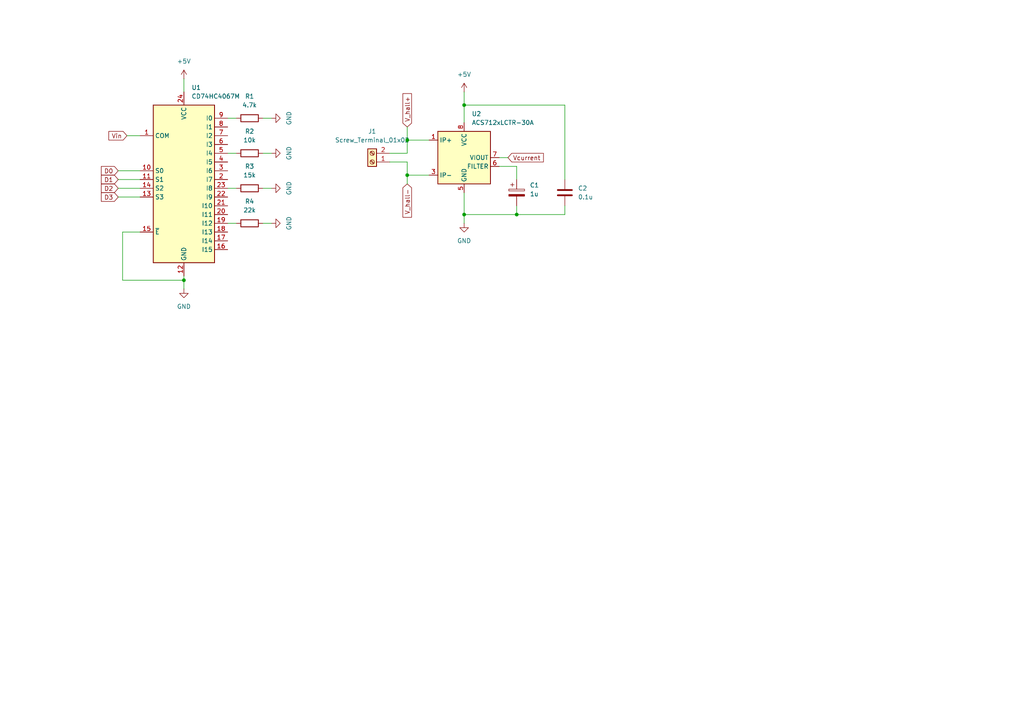
<source format=kicad_sch>
(kicad_sch (version 20231120) (generator "eeschema") (generator_version "8.0")
  (paper "A4")
  (lib_symbols
    (symbol "74xx:CD74HC4067M"
      (property "Reference" "U" (at -8.89 22.86 0))
      (property "Value" "CD74HC4067M" (at 1.27 22.86 0))
      (symbol "CD74HC4067M_0_1"
        (rectangle (start -8.89 21.59) (end 8.89 -24.13) (stroke (width 0.254)) (fill (type background)))
      )
      (symbol "CD74HC4067M_1_1"
        (pin passive line (at -12.7 12.7 0) (length 3.81) (name "COM") (number "1"))
        (pin input line (at -12.7 2.54 0) (length 3.81) (name "S0") (number "10"))
        (pin input line (at -12.7 0 0) (length 3.81) (name "S1") (number "11"))
        (pin power_in line (at 0 -27.94 90) (length 3.81) (name "GND") (number "12"))
        (pin input line (at -12.7 -5.08 0) (length 3.81) (name "S3") (number "13"))
        (pin input line (at -12.7 -2.54 0) (length 3.81) (name "S2") (number "14"))
        (pin input line (at -12.7 -15.24 0) (length 3.81) (name "~{E}") (number "15"))
        (pin passive line (at 12.7 -20.32 180) (length 3.81) (name "I15") (number "16"))
        (pin passive line (at 12.7 -17.78 180) (length 3.81) (name "I14") (number "17"))
        (pin passive line (at 12.7 -15.24 180) (length 3.81) (name "I13") (number "18"))
        (pin passive line (at 12.7 -12.7 180) (length 3.81) (name "I12") (number "19"))
        (pin passive line (at 12.7 0 180) (length 3.81) (name "I7") (number "2"))
        (pin passive line (at 12.7 -10.16 180) (length 3.81) (name "I11") (number "20"))
        (pin passive line (at 12.7 -7.62 180) (length 3.81) (name "I10") (number "21"))
        (pin passive line (at 12.7 -5.08 180) (length 3.81) (name "I9") (number "22"))
        (pin passive line (at 12.7 -2.54 180) (length 3.81) (name "I8") (number "23"))
        (pin power_in line (at 0 25.4 270) (length 3.81) (name "VCC") (number "24"))
        (pin passive line (at 12.7 2.54 180) (length 3.81) (name "I6") (number "3"))
        (pin passive line (at 12.7 5.08 180) (length 3.81) (name "I5") (number "4"))
        (pin passive line (at 12.7 7.62 180) (length 3.81) (name "I4") (number "5"))
        (pin passive line (at 12.7 10.16 180) (length 3.81) (name "I3") (number "6"))
        (pin passive line (at 12.7 12.7 180) (length 3.81) (name "I2") (number "7"))
        (pin passive line (at 12.7 15.24 180) (length 3.81) (name "I1") (number "8"))
        (pin passive line (at 12.7 17.78 180) (length 3.81) (name "I0") (number "9"))
      )
    )
    (symbol "Connector:Screw_Terminal_01x02" (pin_names (offset 1.016) hide)
      (property "Reference" "J" (at 0 2.54 0))
      (property "Value" "Screw_Terminal_01x02" (at 0 -5.08 0))
      (symbol "Screw_Terminal_01x02_1_1"
        (rectangle (start -1.27 1.27) (end 1.27 -3.81) (stroke (width 0.254)) (fill (type background)))
        (circle (center 0 -2.54) (radius 0.635) (stroke (width 0.1524)))
        (polyline (pts (xy -0.5334 -2.2098) (xy 0.3302 -3.048)) (stroke (width 0.1524)))
        (polyline (pts (xy -0.5334 0.3302) (xy 0.3302 -0.508)) (stroke (width 0.1524)))
        (polyline (pts (xy -0.3556 -2.032) (xy 0.508 -2.8702)) (stroke (width 0.1524)))
        (polyline (pts (xy -0.3556 0.508) (xy 0.508 -0.3302)) (stroke (width 0.1524)))
        (circle (center 0 0) (radius 0.635) (stroke (width 0.1524)))
        (pin passive line (at -5.08 0 0) (length 3.81) (name "Pin_1") (number "1"))
        (pin passive line (at -5.08 -2.54 0) (length 3.81) (name "Pin_2") (number "2"))
      )
    )
    (symbol "Device:C" (pin_numbers hide) (pin_names (offset 0.254))
      (property "Reference" "C" (at 0.635 2.54 0))
      (property "Value" "C" (at 0.635 -2.54 0))
      (symbol "C_0_1"
        (polyline (pts (xy -2.032 -0.762) (xy 2.032 -0.762)) (stroke (width 0.508)))
        (polyline (pts (xy -2.032 0.762) (xy 2.032 0.762)) (stroke (width 0.508)))
      )
      (symbol "C_1_1"
        (pin passive line (at 0 3.81 270) (length 2.794) (name "~") (number "1"))
        (pin passive line (at 0 -3.81 90) (length 2.794) (name "~") (number "2"))
      )
    )
    (symbol "Device:C_Polarized" (pin_numbers hide) (pin_names (offset 0.254))
      (property "Reference" "C" (at 0.635 2.54 0))
      (property "Value" "C_Polarized" (at 0.635 -2.54 0))
      (symbol "C_Polarized_0_1"
        (rectangle (start -2.286 0.508) (end 2.286 1.016))
        (polyline (pts (xy -1.778 2.286) (xy -0.762 2.286)))
        (polyline (pts (xy -1.27 2.794) (xy -1.27 1.778)))
        (rectangle (start 2.286 -0.508) (end -2.286 -1.016) (fill (type outline)))
      )
      (symbol "C_Polarized_1_1"
        (pin passive line (at 0 3.81 270) (length 2.794) (name "~") (number "1"))
        (pin passive line (at 0 -3.81 90) (length 2.794) (name "~") (number "2"))
      )
    )
    (symbol "Device:R" (pin_numbers hide) (pin_names (offset 0))
      (property "Reference" "R" (at 2.032 0 90))
      (property "Value" "R" (at 0 0 90))
      (symbol "R_0_1"
        (rectangle (start -1.016 -2.54) (end 1.016 2.54) (stroke (width 0.254)))
      )
      (symbol "R_1_1"
        (pin passive line (at 0 3.81 270) (length 1.27) (name "~") (number "1"))
        (pin passive line (at 0 -3.81 90) (length 1.27) (name "~") (number "2"))
      )
    )
    (symbol "Sensor_Current:ACS712xLCTR-30A"
      (property "Reference" "U" (at 2.54 11.43 0))
      (property "Value" "ACS712xLCTR-30A" (at 2.54 8.89 0))
      (symbol "ACS712xLCTR-30A_0_1"
        (rectangle (start -7.62 7.62) (end 7.62 -7.62) (stroke (width 0.254)) (fill (type background)))
      )
      (symbol "ACS712xLCTR-30A_1_1"
        (pin passive line (at -10.16 5.08 0) (length 2.54) (name "IP+") (number "1"))
        (pin passive line (at -10.16 5.08 0) (length 2.54) hide (name "IP+") (number "2"))
        (pin passive line (at -10.16 -5.08 0) (length 2.54) (name "IP-") (number "3"))
        (pin passive line (at -10.16 -5.08 0) (length 2.54) hide (name "IP-") (number "4"))
        (pin power_in line (at 0 -10.16 90) (length 2.54) (name "GND") (number "5"))
        (pin passive line (at 10.16 -2.54 180) (length 2.54) (name "FILTER") (number "6"))
        (pin output line (at 10.16 0 180) (length 2.54) (name "VIOUT") (number "7"))
        (pin power_in line (at 0 10.16 270) (length 2.54) (name "VCC") (number "8"))
      )
    )
    (symbol "power:+5V" (power) (pin_numbers hide) (pin_names (offset 0) hide)
      (property "Value" "+5V" (at 0 3.556 0))
      (symbol "+5V_0_1"
        (polyline (pts (xy -0.762 1.27) (xy 0 2.54)))
        (polyline (pts (xy 0 0) (xy 0 2.54)))
        (polyline (pts (xy 0 2.54) (xy 0.762 1.27)))
      )
      (symbol "+5V_1_1"
        (pin power_in line (at 0 0 90) (length 0) (name "~") (number "1"))
      )
    )
    (symbol "power:GND" (power) (pin_numbers hide) (pin_names (offset 0) hide)
      (property "Value" "GND" (at 0 -3.81 0))
      (symbol "GND_0_1"
        (polyline (pts (xy 0 0) (xy 0 -1.27) (xy 1.27 -1.27) (xy 0 -2.54) (xy -1.27 -1.27) (xy 0 -1.27)))
      )
      (symbol "GND_1_1"
        (pin power_in line (at 0 0 270) (length 0) (name "~") (number "1"))
      )
    )
  )
  (junction (at 149.86 62.23))
  (junction (at 118.11 40.64))
  (junction (at 134.62 62.23))
  (junction (at 134.62 30.48))
  (junction (at 53.34 81.28))
  (junction (at 118.11 50.8))
  (wire (pts (xy 53.34 22.86) (xy 53.34 26.67)))
  (wire (pts (xy 66.04 34.29) (xy 68.58 34.29)))
  (wire (pts (xy 118.11 40.64) (xy 118.11 36.83)))
  (wire (pts (xy 163.83 62.23) (xy 149.86 62.23)))
  (wire (pts (xy 144.78 48.26) (xy 149.86 48.26)))
  (wire (pts (xy 163.83 30.48) (xy 134.62 30.48)))
  (wire (pts (xy 66.04 44.45) (xy 68.58 44.45)))
  (wire (pts (xy 163.83 59.69) (xy 163.83 62.23)))
  (wire (pts (xy 76.2 34.29) (xy 78.74 34.29)))
  (wire (pts (xy 134.62 62.23) (xy 134.62 55.88)))
  (wire (pts (xy 149.86 59.69) (xy 149.86 62.23)))
  (wire (pts (xy 134.62 26.67) (xy 134.62 30.48)))
  (wire (pts (xy 66.04 64.77) (xy 68.58 64.77)))
  (wire (pts (xy 53.34 81.28) (xy 53.34 83.82)))
  (wire (pts (xy 118.11 46.99) (xy 118.11 50.8)))
  (wire (pts (xy 35.56 67.31) (xy 40.64 67.31)))
  (wire (pts (xy 149.86 48.26) (xy 149.86 52.07)))
  (wire (pts (xy 66.04 54.61) (xy 68.58 54.61)))
  (wire (pts (xy 118.11 50.8) (xy 118.11 53.34)))
  (wire (pts (xy 149.86 62.23) (xy 134.62 62.23)))
  (wire (pts (xy 34.29 52.07) (xy 40.64 52.07)))
  (wire (pts (xy 35.56 81.28) (xy 35.56 67.31)))
  (wire (pts (xy 118.11 44.45) (xy 118.11 40.64)))
  (wire (pts (xy 144.78 45.72) (xy 147.32 45.72)))
  (wire (pts (xy 134.62 35.56) (xy 134.62 30.48)))
  (wire (pts (xy 34.29 49.53) (xy 40.64 49.53)))
  (wire (pts (xy 76.2 54.61) (xy 78.74 54.61)))
  (wire (pts (xy 53.34 81.28) (xy 35.56 81.28)))
  (wire (pts (xy 163.83 30.48) (xy 163.83 52.07)))
  (wire (pts (xy 34.29 54.61) (xy 40.64 54.61)))
  (wire (pts (xy 76.2 64.77) (xy 78.74 64.77)))
  (wire (pts (xy 113.03 44.45) (xy 118.11 44.45)))
  (wire (pts (xy 53.34 80.01) (xy 53.34 81.28)))
  (wire (pts (xy 113.03 46.99) (xy 118.11 46.99)))
  (wire (pts (xy 34.29 57.15) (xy 40.64 57.15)))
  (wire (pts (xy 118.11 50.8) (xy 124.46 50.8)))
  (wire (pts (xy 36.83 39.37) (xy 40.64 39.37)))
  (wire (pts (xy 118.11 40.64) (xy 124.46 40.64)))
  (wire (pts (xy 76.2 44.45) (xy 78.74 44.45)))
  (wire (pts (xy 134.62 62.23) (xy 134.62 64.77)))
  (global_label "Vin" (shape input) (at 36.83 39.37 180) (property "Intersheetrefs" "${INTERSHEET_REFS}" (effects (hide yes))))
  (global_label "V_hall+" (shape input) (at 118.11 36.83 90) (property "Intersheetrefs" "${INTERSHEET_REFS}" (effects (hide yes))))
  (global_label "D2" (shape input) (at 34.29 54.61 180) (property "Intersheetrefs" "${INTERSHEET_REFS}" (effects (hide yes))))
  (global_label "D3" (shape input) (at 34.29 57.15 180) (property "Intersheetrefs" "${INTERSHEET_REFS}" (effects (hide yes))))
  (global_label "D0" (shape input) (at 34.29 49.53 180) (property "Intersheetrefs" "${INTERSHEET_REFS}" (effects (hide yes))))
  (global_label "D1" (shape input) (at 34.29 52.07 180) (property "Intersheetrefs" "${INTERSHEET_REFS}" (effects (hide yes))))
  (global_label "V_hall-" (shape input) (at 118.11 53.34 270) (property "Intersheetrefs" "${INTERSHEET_REFS}" (effects (hide yes))))
  (global_label "Vcurrent" (shape input) (at 147.32 45.72 0) (property "Intersheetrefs" "${INTERSHEET_REFS}" (effects (hide yes))))
  (symbol (lib_id "power:GND") (at 53.34 83.82 0) (unit 1)
    (property "Reference" "#PWR02" (effects (hide yes)))
    (property "Value" "GND" (at 53.34 88.9 0))
    (property "Description" "Power symbol creates a global label with name \"GND\" , ground" (effects (hide yes)))
  )
  (symbol (lib_id "Device:R") (at 72.39 44.45 90) (unit 1)
    (property "Reference" "R2" (at 72.39 38.1 90))
    (property "Value" "10k" (at 72.39 40.64 90))
    (property "Footprint" "Resistor_THT:R_Axial_DIN0207_L6.3mm_D2.5mm_P10.16mm_Horizontal" (effects (hide yes)))
    (property "Description" "Resistor" (effects (hide yes)))
  )
  (symbol (lib_id "power:GND") (at 78.74 54.61 90) (unit 1)
    (property "Reference" "#PWR05" (effects (hide yes)))
    (property "Value" "GND" (at 83.82 54.61 0))
    (property "Description" "Power symbol creates a global label with name \"GND\" , ground" (effects (hide yes)))
  )
  (symbol (lib_id "power:GND") (at 134.62 64.77 0) (unit 1)
    (property "Reference" "#PWR08" (effects (hide yes)))
    (property "Value" "GND" (at 134.62 69.85 0))
    (property "Description" "Power symbol creates a global label with name \"GND\" , ground" (effects (hide yes)))
  )
  (symbol (lib_id "Device:C") (at 163.83 55.88 0) (unit 1)
    (property "Reference" "C2" (at 167.64 54.6099 0) (effects (justify left)))
    (property "Value" "0.1u" (at 167.64 57.1499 0) (effects (justify left)))
    (property "Footprint" "Capacitor_THT:C_Disc_D3.0mm_W2.0mm_P2.50mm" (effects (hide yes)))
    (property "Description" "Unpolarized capacitor" (effects (hide yes)))
  )
  (symbol (lib_id "power:+5V") (at 134.62 26.67 0) (unit 1)
    (property "Reference" "#PWR07" (effects (hide yes)))
    (property "Value" "+5V" (at 134.62 21.59 0))
    (property "Description" "Power symbol creates a global label with name \"+5V\"" (effects (hide yes)))
  )
  (symbol (lib_id "power:GND") (at 78.74 64.77 90) (unit 1)
    (property "Reference" "#PWR06" (effects (hide yes)))
    (property "Value" "GND" (at 83.82 64.77 0))
    (property "Description" "Power symbol creates a global label with name \"GND\" , ground" (effects (hide yes)))
  )
  (symbol (lib_id "Device:R") (at 72.39 54.61 90) (unit 1)
    (property "Reference" "R3" (at 72.39 48.26 90))
    (property "Value" "15k" (at 72.39 50.8 90))
    (property "Footprint" "Resistor_THT:R_Axial_DIN0207_L6.3mm_D2.5mm_P10.16mm_Horizontal" (effects (hide yes)))
    (property "Description" "Resistor" (effects (hide yes)))
  )
  (symbol (lib_id "power:GND") (at 78.74 34.29 90) (unit 1)
    (property "Reference" "#PWR03" (effects (hide yes)))
    (property "Value" "GND" (at 83.82 34.29 0))
    (property "Description" "Power symbol creates a global label with name \"GND\" , ground" (effects (hide yes)))
  )
  (symbol (lib_id "Connector:Screw_Terminal_01x02") (at 107.95 46.99 180) (unit 1)
    (property "Reference" "J1" (at 107.95 38.1 0))
    (property "Value" "Screw_Terminal_01x02" (at 107.95 40.64 0))
    (property "Footprint" "TerminalBlock_Phoenix:TerminalBlock_Phoenix_MKDS-1,5-2_1x02_P5.00mm_Horizontal" (effects (hide yes)))
    (property "Description" "Generic screw terminal, single row, 01x02, script generated (kicad-library-utils/schlib/autogen/connector/)" (effects (hide yes)))
  )
  (symbol (lib_id "Device:R") (at 72.39 64.77 90) (unit 1)
    (property "Reference" "R4" (at 72.39 58.42 90))
    (property "Value" "22k" (at 72.39 60.96 90))
    (property "Footprint" "Resistor_THT:R_Axial_DIN0207_L6.3mm_D2.5mm_P10.16mm_Horizontal" (effects (hide yes)))
    (property "Description" "Resistor" (effects (hide yes)))
  )
  (symbol (lib_id "power:+5V") (at 53.34 22.86 0) (unit 1)
    (property "Reference" "#PWR01" (effects (hide yes)))
    (property "Value" "+5V" (at 53.34 17.78 0))
    (property "Description" "Power symbol creates a global label with name \"+5V\"" (effects (hide yes)))
  )
  (symbol (lib_id "Sensor_Current:ACS712xLCTR-30A") (at 134.62 45.72 0) (unit 1)
    (property "Reference" "U2" (at 136.8141 33.02 0) (effects (justify left)))
    (property "Value" "ACS712xLCTR-30A" (at 136.8141 35.56 0) (effects (justify left)))
    (property "Footprint" "Package_SO:SOIC-8_3.9x4.9mm_P1.27mm" (effects (hide yes)))
    (property "Datasheet" "http://www.allegromicro.com/~/media/Files/Datasheets/ACS712-Datasheet.ashx?la=en" (effects (hide yes)))
    (property "Description" "±30A Bidirectional Hall-Effect Current Sensor, +5.0V supply, 66mV/A, SOIC-8" (effects (hide yes)))
  )
  (symbol (lib_id "Device:C_Polarized") (at 149.86 55.88 0) (unit 1)
    (property "Reference" "C1" (at 153.67 53.7209 0) (effects (justify left)))
    (property "Value" "1u" (at 153.67 56.2609 0) (effects (justify left)))
    (property "Footprint" "Capacitor_THT:CP_Radial_D5.0mm_P2.50mm" (effects (hide yes)))
    (property "Description" "Polarized capacitor" (effects (hide yes)))
  )
  (symbol (lib_id "power:GND") (at 78.74 44.45 90) (unit 1)
    (property "Reference" "#PWR04" (effects (hide yes)))
    (property "Value" "GND" (at 83.82 44.45 0))
    (property "Description" "Power symbol creates a global label with name \"GND\" , ground" (effects (hide yes)))
  )
  (symbol (lib_id "74xx:CD74HC4067M") (at 53.34 52.07 0) (unit 1)
    (property "Reference" "U1" (at 55.5341 25.4 0) (effects (justify left)))
    (property "Value" "CD74HC4067M" (at 55.5341 27.94 0) (effects (justify left)))
    (property "Footprint" "Package_SO:SOIC-24W_7.5x15.4mm_P1.27mm" (effects (hide yes)))
    (property "Datasheet" "http://www.ti.com/lit/ds/symlink/cd74hc4067.pdf" (effects (hide yes)))
    (property "Description" "High-Speed CMOS Logic 16-Channel Analog Multiplexer/Demultiplexer, SOIC-24" (effects (hide yes)))
  )
  (symbol (lib_id "Device:R") (at 72.39 34.29 90) (unit 1)
    (property "Reference" "R1" (at 72.39 27.94 90))
    (property "Value" "4.7k" (at 72.39 30.48 90))
    (property "Footprint" "Resistor_THT:R_Axial_DIN0207_L6.3mm_D2.5mm_P10.16mm_Horizontal" (effects (hide yes)))
    (property "Description" "Resistor" (effects (hide yes)))
  )
)
</source>
